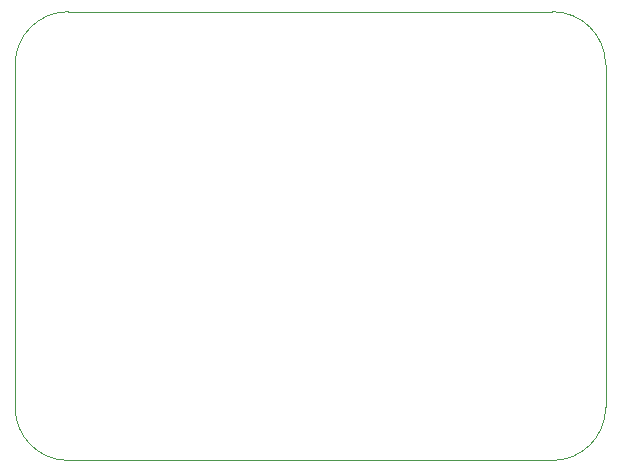
<source format=gbr>
%TF.GenerationSoftware,KiCad,Pcbnew,(5.1.10)-1*%
%TF.CreationDate,2021-06-24T14:57:30-07:00*%
%TF.ProjectId,stm32l476rg,73746d33-326c-4343-9736-72672e6b6963,rev?*%
%TF.SameCoordinates,Original*%
%TF.FileFunction,Profile,NP*%
%FSLAX46Y46*%
G04 Gerber Fmt 4.6, Leading zero omitted, Abs format (unit mm)*
G04 Created by KiCad (PCBNEW (5.1.10)-1) date 2021-06-24 14:57:30*
%MOMM*%
%LPD*%
G01*
G04 APERTURE LIST*
%TA.AperFunction,Profile*%
%ADD10C,0.050000*%
%TD*%
G04 APERTURE END LIST*
D10*
X104500000Y-108000000D02*
G75*
G02*
X109000000Y-103500000I4500000J0D01*
G01*
X109000000Y-141500000D02*
G75*
G02*
X104500000Y-137000000I0J4500000D01*
G01*
X154500000Y-137000000D02*
G75*
G02*
X150000000Y-141500000I-4500000J0D01*
G01*
X150000000Y-103500000D02*
G75*
G02*
X154500000Y-108000000I0J-4500000D01*
G01*
X154500000Y-108000000D02*
X154500000Y-137000000D01*
X104500000Y-108000000D02*
X104500000Y-137000000D01*
X109000000Y-141500000D02*
X150000000Y-141500000D01*
X109000000Y-103500000D02*
X150000000Y-103500000D01*
M02*

</source>
